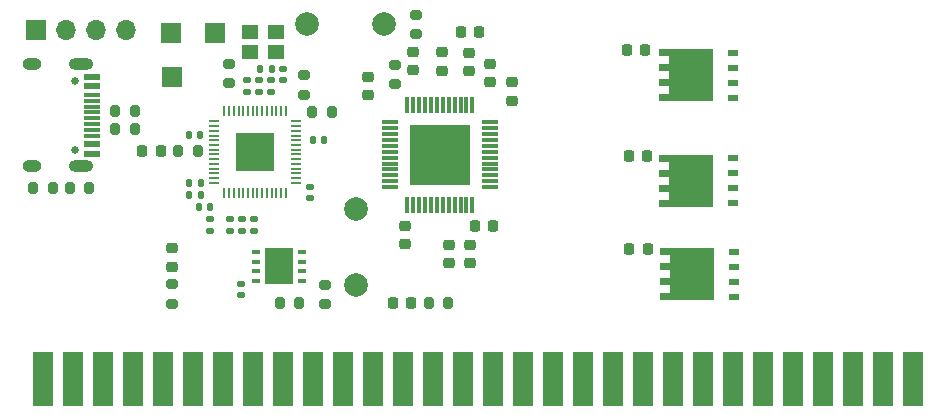
<source format=gbr>
%TF.GenerationSoftware,KiCad,Pcbnew,7.99.0-3012-g423a5b9961*%
%TF.CreationDate,2023-10-21T00:00:59-04:00*%
%TF.ProjectId,drvesc,64727665-7363-42e6-9b69-6361645f7063,V1.0*%
%TF.SameCoordinates,Original*%
%TF.FileFunction,Soldermask,Top*%
%TF.FilePolarity,Negative*%
%FSLAX46Y46*%
G04 Gerber Fmt 4.6, Leading zero omitted, Abs format (unit mm)*
G04 Created by KiCad (PCBNEW 7.99.0-3012-g423a5b9961) date 2023-10-21 00:00:59*
%MOMM*%
%LPD*%
G01*
G04 APERTURE LIST*
G04 Aperture macros list*
%AMRoundRect*
0 Rectangle with rounded corners*
0 $1 Rounding radius*
0 $2 $3 $4 $5 $6 $7 $8 $9 X,Y pos of 4 corners*
0 Add a 4 corners polygon primitive as box body*
4,1,4,$2,$3,$4,$5,$6,$7,$8,$9,$2,$3,0*
0 Add four circle primitives for the rounded corners*
1,1,$1+$1,$2,$3*
1,1,$1+$1,$4,$5*
1,1,$1+$1,$6,$7*
1,1,$1+$1,$8,$9*
0 Add four rect primitives between the rounded corners*
20,1,$1+$1,$2,$3,$4,$5,0*
20,1,$1+$1,$4,$5,$6,$7,0*
20,1,$1+$1,$6,$7,$8,$9,0*
20,1,$1+$1,$8,$9,$2,$3,0*%
%AMFreePoly0*
4,1,17,2.675000,1.605000,1.875000,1.605000,1.875000,0.935000,2.675000,0.935000,2.675000,0.335000,1.875000,0.335000,1.875000,-0.335000,2.675000,-0.335000,2.675000,-0.935000,1.875000,-0.935000,1.875000,-1.605000,2.675000,-1.605000,2.675000,-2.205000,-1.875000,-2.205000,-1.875000,2.205000,2.675000,2.205000,2.675000,1.605000,2.675000,1.605000,$1*%
G04 Aperture macros list end*
%ADD10RoundRect,0.200000X-0.275000X0.200000X-0.275000X-0.200000X0.275000X-0.200000X0.275000X0.200000X0*%
%ADD11RoundRect,0.200000X0.200000X0.275000X-0.200000X0.275000X-0.200000X-0.275000X0.200000X-0.275000X0*%
%ADD12RoundRect,0.200000X-0.200000X-0.275000X0.200000X-0.275000X0.200000X0.275000X-0.200000X0.275000X0*%
%ADD13RoundRect,0.225000X0.250000X-0.225000X0.250000X0.225000X-0.250000X0.225000X-0.250000X-0.225000X0*%
%ADD14FreePoly0,180.000000*%
%ADD15R,0.850000X0.500000*%
%ADD16C,0.650000*%
%ADD17R,1.450000X0.600000*%
%ADD18R,1.450000X0.300000*%
%ADD19O,2.100000X1.000000*%
%ADD20O,1.600000X1.000000*%
%ADD21RoundRect,0.140000X0.140000X0.170000X-0.140000X0.170000X-0.140000X-0.170000X0.140000X-0.170000X0*%
%ADD22R,1.700000X1.700000*%
%ADD23RoundRect,0.140000X-0.170000X0.140000X-0.170000X-0.140000X0.170000X-0.140000X0.170000X0.140000X0*%
%ADD24O,1.700000X1.700000*%
%ADD25RoundRect,0.225000X0.225000X0.250000X-0.225000X0.250000X-0.225000X-0.250000X0.225000X-0.250000X0*%
%ADD26RoundRect,0.200000X0.275000X-0.200000X0.275000X0.200000X-0.275000X0.200000X-0.275000X-0.200000X0*%
%ADD27RoundRect,0.218750X-0.218750X-0.256250X0.218750X-0.256250X0.218750X0.256250X-0.218750X0.256250X0*%
%ADD28C,2.000000*%
%ADD29RoundRect,0.225000X-0.250000X0.225000X-0.250000X-0.225000X0.250000X-0.225000X0.250000X0.225000X0*%
%ADD30R,1.475000X0.300000*%
%ADD31R,0.300000X1.475000*%
%ADD32R,5.170000X5.170000*%
%ADD33RoundRect,0.140000X0.170000X-0.140000X0.170000X0.140000X-0.170000X0.140000X-0.170000X-0.140000X0*%
%ADD34RoundRect,0.225000X-0.225000X-0.250000X0.225000X-0.250000X0.225000X0.250000X-0.225000X0.250000X0*%
%ADD35RoundRect,0.218750X-0.256250X0.218750X-0.256250X-0.218750X0.256250X-0.218750X0.256250X0.218750X0*%
%ADD36RoundRect,0.135000X-0.185000X0.135000X-0.185000X-0.135000X0.185000X-0.135000X0.185000X0.135000X0*%
%ADD37R,1.400000X1.200000*%
%ADD38R,0.762000X0.304800*%
%ADD39R,2.387600X3.098800*%
%ADD40RoundRect,0.050000X0.387500X0.050000X-0.387500X0.050000X-0.387500X-0.050000X0.387500X-0.050000X0*%
%ADD41RoundRect,0.050000X0.050000X0.387500X-0.050000X0.387500X-0.050000X-0.387500X0.050000X-0.387500X0*%
%ADD42R,3.200000X3.200000*%
%ADD43R,1.651000X4.572000*%
G04 APERTURE END LIST*
D10*
%TO.C,R1*%
X132003800Y-97866200D03*
X132003800Y-99516200D03*
%TD*%
D11*
%TO.C,R9*%
X101295200Y-112522000D03*
X99645200Y-112522000D03*
%TD*%
D12*
%TO.C,R17*%
X106554000Y-106045000D03*
X108204000Y-106045000D03*
%TD*%
D13*
%TO.C,C14*%
X131087023Y-117269398D03*
X131087023Y-115719398D03*
%TD*%
D14*
%TO.C,Q1*%
X155300723Y-102961302D03*
D15*
X158850723Y-104866302D03*
X158850723Y-103596302D03*
X158850723Y-102326302D03*
X158850723Y-101056302D03*
%TD*%
D16*
%TO.C,J2*%
X103165400Y-103483200D03*
X103165400Y-109263200D03*
D17*
X104610400Y-103123200D03*
X104610400Y-103923200D03*
D18*
X104610400Y-105123200D03*
X104610400Y-106123200D03*
X104610400Y-106623200D03*
X104610400Y-107623200D03*
D17*
X104610400Y-108823200D03*
X104610400Y-109623200D03*
X104610400Y-109623200D03*
X104610400Y-108823200D03*
D18*
X104610400Y-108123200D03*
X104610400Y-107123200D03*
X104610400Y-105623200D03*
X104610400Y-104623200D03*
D17*
X104610400Y-103923200D03*
X104610400Y-103123200D03*
D19*
X103695400Y-102053200D03*
D20*
X99515400Y-102053200D03*
D19*
X103695400Y-110693200D03*
D20*
X99515400Y-110693200D03*
%TD*%
D21*
%TO.C,C20*%
X124261300Y-108455598D03*
X123301300Y-108455598D03*
%TD*%
D22*
%TO.C,TP2*%
X111317000Y-99415600D03*
%TD*%
D23*
%TO.C,C17*%
X117226500Y-120614698D03*
X117226500Y-121574698D03*
%TD*%
D22*
%TO.C,J3*%
X99900000Y-99136200D03*
D24*
X102440000Y-99136200D03*
X104980000Y-99136200D03*
X107520000Y-99136200D03*
%TD*%
D25*
%TO.C,C10*%
X151638600Y-117703600D03*
X150088600Y-117703600D03*
%TD*%
D26*
%TO.C,R13*%
X122560500Y-104619198D03*
X122560500Y-102969198D03*
%TD*%
D21*
%TO.C,C19*%
X119812100Y-102448555D03*
X118852100Y-102448555D03*
%TD*%
D27*
%TO.C,D3*%
X108869700Y-109369998D03*
X110444700Y-109369998D03*
%TD*%
D21*
%TO.C,C16*%
X114600199Y-114145198D03*
X113640199Y-114145198D03*
%TD*%
D28*
%TO.C,SW2*%
X126923800Y-120774600D03*
X126923800Y-114274600D03*
%TD*%
D13*
%TO.C,C1*%
X131800600Y-102552800D03*
X131800600Y-101002800D03*
%TD*%
D25*
%TO.C,C9*%
X151607576Y-109809004D03*
X150057576Y-109809004D03*
%TD*%
D29*
%TO.C,C6*%
X134262023Y-101038798D03*
X134262023Y-102588798D03*
%TD*%
D10*
%TO.C,R18*%
X130225800Y-102083600D03*
X130225800Y-103733600D03*
%TD*%
D30*
%TO.C,U1*%
X129817023Y-106954198D03*
X129817023Y-107454198D03*
X129817023Y-107954198D03*
X129817023Y-108454198D03*
X129817023Y-108954198D03*
X129817023Y-109454198D03*
X129817023Y-109954198D03*
X129817023Y-110454198D03*
X129817023Y-110954198D03*
X129817023Y-111454198D03*
X129817023Y-111954198D03*
X129817023Y-112454198D03*
D31*
X131305023Y-113942198D03*
X131805023Y-113942198D03*
X132305023Y-113942198D03*
X132805023Y-113942198D03*
X133305023Y-113942198D03*
X133805023Y-113942198D03*
X134305023Y-113942198D03*
X134805023Y-113942198D03*
X135305023Y-113942198D03*
X135805023Y-113942198D03*
X136305023Y-113942198D03*
X136805023Y-113942198D03*
D30*
X138293023Y-112454198D03*
X138293023Y-111954198D03*
X138293023Y-111454198D03*
X138293023Y-110954198D03*
X138293023Y-110454198D03*
X138293023Y-109954198D03*
X138293023Y-109454198D03*
X138293023Y-108954198D03*
X138293023Y-108454198D03*
X138293023Y-107954198D03*
X138293023Y-107454198D03*
X138293023Y-106954198D03*
D31*
X136805023Y-105466198D03*
X136305023Y-105466198D03*
X135805023Y-105466198D03*
X135305023Y-105466198D03*
X134805023Y-105466198D03*
X134305023Y-105466198D03*
X133805023Y-105466198D03*
X133305023Y-105466198D03*
X132805023Y-105466198D03*
X132305023Y-105466198D03*
X131805023Y-105466198D03*
X131305023Y-105466198D03*
D32*
X134055023Y-109704198D03*
%TD*%
D11*
%TO.C,R12*%
X124908500Y-106093398D03*
X123258500Y-106093398D03*
%TD*%
D21*
%TO.C,C25*%
X113794900Y-112138598D03*
X112834900Y-112138598D03*
%TD*%
D33*
%TO.C,C24*%
X118750500Y-104363598D03*
X118750500Y-103403598D03*
%TD*%
D12*
%TO.C,R7*%
X120497600Y-122301000D03*
X122147600Y-122301000D03*
%TD*%
D26*
%TO.C,R2*%
X111404400Y-122326400D03*
X111404400Y-120676400D03*
%TD*%
D27*
%TO.C,D2*%
X130060200Y-122283400D03*
X131635200Y-122283400D03*
%TD*%
D29*
%TO.C,C5*%
X138275223Y-102003998D03*
X138275223Y-103553998D03*
%TD*%
%TO.C,C4*%
X136522623Y-101063598D03*
X136522623Y-102613598D03*
%TD*%
D34*
%TO.C,C11*%
X137017623Y-115770798D03*
X138567623Y-115770798D03*
%TD*%
D11*
%TO.C,R10*%
X104344200Y-112522000D03*
X102694200Y-112522000D03*
%TD*%
D14*
%TO.C,Q2*%
X155352400Y-111914802D03*
D15*
X158902400Y-113819802D03*
X158902400Y-112549802D03*
X158902400Y-111279802D03*
X158902400Y-110009802D03*
%TD*%
D28*
%TO.C,SW1*%
X122809000Y-98628200D03*
X129309000Y-98628200D03*
%TD*%
D10*
%TO.C,R11*%
X116175901Y-102004998D03*
X116175901Y-103654998D03*
%TD*%
D25*
%TO.C,C8*%
X151460800Y-100840402D03*
X149910800Y-100840402D03*
%TD*%
D23*
%TO.C,C22*%
X118344100Y-115166398D03*
X118344100Y-116126398D03*
%TD*%
D33*
%TO.C,C29*%
X123042100Y-113377998D03*
X123042100Y-112417998D03*
%TD*%
D34*
%TO.C,C2*%
X135800800Y-99288600D03*
X137350800Y-99288600D03*
%TD*%
D35*
%TO.C,D1*%
X111395800Y-117639600D03*
X111395800Y-119214600D03*
%TD*%
D22*
%TO.C,TP3*%
X111400000Y-103124000D03*
%TD*%
D13*
%TO.C,C13*%
X134820823Y-118882598D03*
X134820823Y-117332598D03*
%TD*%
D11*
%TO.C,R3*%
X134747000Y-122275600D03*
X133097000Y-122275600D03*
%TD*%
D12*
%TO.C,R16*%
X106554000Y-107569000D03*
X108204000Y-107569000D03*
%TD*%
D33*
%TO.C,C23*%
X116312100Y-116121198D03*
X116312100Y-115161198D03*
%TD*%
D21*
%TO.C,C26*%
X113766900Y-108074598D03*
X112806900Y-108074598D03*
%TD*%
D22*
%TO.C,TP1*%
X115000000Y-99415600D03*
%TD*%
D21*
%TO.C,C28*%
X113792300Y-113129198D03*
X112832300Y-113129198D03*
%TD*%
D11*
%TO.C,R15*%
X113555700Y-109369998D03*
X111905700Y-109369998D03*
%TD*%
D13*
%TO.C,C12*%
X136624223Y-118870198D03*
X136624223Y-117320198D03*
%TD*%
D23*
%TO.C,C18*%
X120757100Y-102423155D03*
X120757100Y-103383155D03*
%TD*%
D36*
%TO.C,R14*%
X119766500Y-103404555D03*
X119766500Y-104424555D03*
%TD*%
D14*
%TO.C,Q3*%
X155426624Y-119807000D03*
D15*
X158976624Y-121712000D03*
X158976624Y-120442000D03*
X158976624Y-119172000D03*
X158976624Y-117902000D03*
%TD*%
D10*
%TO.C,R8*%
X124333000Y-120726200D03*
X124333000Y-122376200D03*
%TD*%
D23*
%TO.C,C27*%
X117328100Y-115166398D03*
X117328100Y-116126398D03*
%TD*%
D29*
%TO.C,C3*%
X127965200Y-103098000D03*
X127965200Y-104648000D03*
%TD*%
%TO.C,C7*%
X140129423Y-103578198D03*
X140129423Y-105128198D03*
%TD*%
D37*
%TO.C,Y1*%
X120200000Y-99300000D03*
X118000000Y-99300000D03*
X118000000Y-101000000D03*
X120200000Y-101000000D03*
%TD*%
D23*
%TO.C,C15*%
X114628199Y-115161198D03*
X114628199Y-116121198D03*
%TD*%
D38*
%TO.C,U2*%
X122382700Y-120355498D03*
X122382700Y-119555398D03*
X122382700Y-118755298D03*
X122382700Y-117955198D03*
D39*
X120414200Y-119155348D03*
D38*
X118445700Y-117955198D03*
X118445700Y-118755298D03*
X118445700Y-119555398D03*
X118445700Y-120355498D03*
%TD*%
D33*
%TO.C,C21*%
X117734500Y-104360998D03*
X117734500Y-103400998D03*
%TD*%
D40*
%TO.C,U3*%
X121841600Y-112080098D03*
X121841600Y-111680098D03*
X121841600Y-111280098D03*
X121841600Y-110880098D03*
X121841600Y-110480098D03*
X121841600Y-110080098D03*
X121841600Y-109680098D03*
X121841600Y-109280098D03*
X121841600Y-108880098D03*
X121841600Y-108480098D03*
X121841600Y-108080098D03*
X121841600Y-107680098D03*
X121841600Y-107280098D03*
X121841600Y-106880098D03*
D41*
X121004100Y-106042598D03*
X120604100Y-106042598D03*
X120204100Y-106042598D03*
X119804100Y-106042598D03*
X119404100Y-106042598D03*
X119004100Y-106042598D03*
X118604100Y-106042598D03*
X118204100Y-106042598D03*
X117804100Y-106042598D03*
X117404100Y-106042598D03*
X117004100Y-106042598D03*
X116604100Y-106042598D03*
X116204100Y-106042598D03*
X115804100Y-106042598D03*
D40*
X114966600Y-106880098D03*
X114966600Y-107280098D03*
X114966600Y-107680098D03*
X114966600Y-108080098D03*
X114966600Y-108480098D03*
X114966600Y-108880098D03*
X114966600Y-109280098D03*
X114966600Y-109680098D03*
X114966600Y-110080098D03*
X114966600Y-110480098D03*
X114966600Y-110880098D03*
X114966600Y-111280098D03*
X114966600Y-111680098D03*
X114966600Y-112080098D03*
D41*
X115804100Y-112917598D03*
X116204100Y-112917598D03*
X116604100Y-112917598D03*
X117004100Y-112917598D03*
X117404100Y-112917598D03*
X117804100Y-112917598D03*
X118204100Y-112917598D03*
X118604100Y-112917598D03*
X119004100Y-112917598D03*
X119404100Y-112917598D03*
X119804100Y-112917598D03*
X120204100Y-112917598D03*
X120604100Y-112917598D03*
X121004100Y-112917598D03*
D42*
X118404100Y-109480098D03*
%TD*%
D43*
%TO.C,J1*%
X174091600Y-128701800D03*
X171551600Y-128701800D03*
X169011600Y-128701800D03*
X166471600Y-128701800D03*
X163931600Y-128701800D03*
X161391600Y-128701800D03*
X158851600Y-128701800D03*
X156311600Y-128701800D03*
X153771600Y-128701800D03*
X151231600Y-128701800D03*
X148691600Y-128701800D03*
X146151600Y-128701800D03*
X143611600Y-128701800D03*
X141071600Y-128701800D03*
X138531600Y-128701800D03*
X135991600Y-128701800D03*
X133451600Y-128701800D03*
X130911600Y-128701800D03*
X128371600Y-128701800D03*
X125831600Y-128701800D03*
X123291600Y-128701800D03*
X120751600Y-128701800D03*
X118211600Y-128701800D03*
X115671600Y-128701800D03*
X113131600Y-128701800D03*
X110591600Y-128701800D03*
X108051600Y-128701800D03*
X105511600Y-128701800D03*
X102971600Y-128701800D03*
X100431600Y-128701800D03*
%TD*%
M02*

</source>
